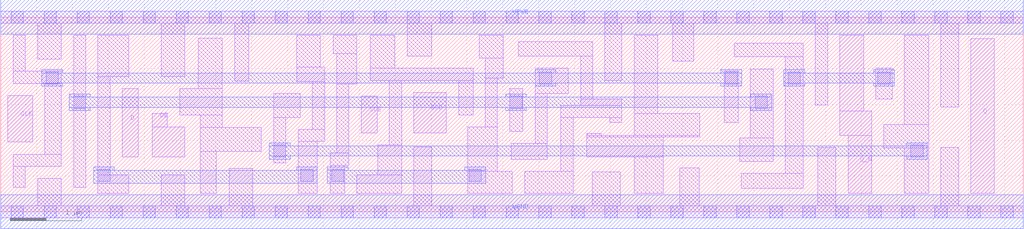
<source format=lef>
# Copyright 2020 The SkyWater PDK Authors
#
# Licensed under the Apache License, Version 2.0 (the "License");
# you may not use this file except in compliance with the License.
# You may obtain a copy of the License at
#
#     https://www.apache.org/licenses/LICENSE-2.0
#
# Unless required by applicable law or agreed to in writing, software
# distributed under the License is distributed on an "AS IS" BASIS,
# WITHOUT WARRANTIES OR CONDITIONS OF ANY KIND, either express or implied.
# See the License for the specific language governing permissions and
# limitations under the License.
#
# SPDX-License-Identifier: Apache-2.0

VERSION 5.7 ;
  NOWIREEXTENSIONATPIN ON ;
  DIVIDERCHAR "/" ;
  BUSBITCHARS "[]" ;
UNITS
  DATABASE MICRONS 200 ;
END UNITS
MACRO sky130_fd_sc_hd__sedfxbp_1
  CLASS CORE ;
  FOREIGN sky130_fd_sc_hd__sedfxbp_1 ;
  ORIGIN  0.000000  0.000000 ;
  SIZE  14.26000 BY  2.720000 ;
  SYMMETRY X Y R90 ;
  SITE unithd ;
  PIN D
    ANTENNAGATEAREA  0.159000 ;
    DIRECTION INPUT ;
    USE SIGNAL ;
    PORT
      LAYER li1 ;
        RECT 1.695000 0.765000 1.915000 1.720000 ;
    END
  END D
  PIN DE
    ANTENNAGATEAREA  0.318000 ;
    DIRECTION INPUT ;
    USE SIGNAL ;
    PORT
      LAYER li1 ;
        RECT 2.110000 0.765000 2.565000 1.185000 ;
        RECT 2.110000 1.185000 2.325000 1.370000 ;
    END
  END DE
  PIN Q
    ANTENNADIFFAREA  0.462000 ;
    DIRECTION OUTPUT ;
    USE SIGNAL ;
    PORT
      LAYER li1 ;
        RECT 13.525000 0.255000 13.855000 2.420000 ;
    END
  END Q
  PIN Q_N
    ANTENNADIFFAREA  0.429000 ;
    DIRECTION OUTPUT ;
    USE SIGNAL ;
    PORT
      LAYER li1 ;
        RECT 11.700000 1.065000 12.145000 1.410000 ;
        RECT 11.700000 1.410000 12.030000 2.465000 ;
        RECT 11.815000 0.255000 12.145000 1.065000 ;
    END
  END Q_N
  PIN SCD
    ANTENNAGATEAREA  0.159000 ;
    DIRECTION INPUT ;
    USE SIGNAL ;
    PORT
      LAYER li1 ;
        RECT 5.760000 1.105000 6.215000 1.665000 ;
    END
  END SCD
  PIN SCE
    ANTENNAGATEAREA  0.318000 ;
    DIRECTION INPUT ;
    USE SIGNAL ;
    PORT
      LAYER li1 ;
        RECT 5.025000 1.105000 5.250000 1.615000 ;
    END
  END SCE
  PIN CLK
    ANTENNAGATEAREA  0.159000 ;
    DIRECTION INPUT ;
    USE CLOCK ;
    PORT
      LAYER li1 ;
        RECT 0.095000 0.975000 0.445000 1.625000 ;
    END
  END CLK
  PIN VGND
    DIRECTION INOUT ;
    SHAPE ABUTMENT ;
    USE GROUND ;
    PORT
      LAYER met1 ;
        RECT 0.000000 -0.240000 14.260000 0.240000 ;
    END
  END VGND
  PIN VPWR
    DIRECTION INOUT ;
    SHAPE ABUTMENT ;
    USE POWER ;
    PORT
      LAYER met1 ;
        RECT 0.000000 2.480000 14.260000 2.960000 ;
    END
  END VPWR
  OBS
    LAYER li1 ;
      RECT  0.000000 -0.085000 14.260000 0.085000 ;
      RECT  0.000000  2.635000 14.260000 2.805000 ;
      RECT  0.175000  0.345000  0.345000 0.635000 ;
      RECT  0.175000  0.635000  0.845000 0.805000 ;
      RECT  0.175000  1.795000  0.845000 1.965000 ;
      RECT  0.175000  1.965000  0.345000 2.465000 ;
      RECT  0.515000  0.085000  0.845000 0.465000 ;
      RECT  0.515000  2.135000  0.845000 2.635000 ;
      RECT  0.615000  0.805000  0.845000 1.795000 ;
      RECT  1.015000  0.345000  1.185000 2.465000 ;
      RECT  1.355000  0.255000  1.785000 0.515000 ;
      RECT  1.355000  0.515000  1.525000 1.890000 ;
      RECT  1.355000  1.890000  1.785000 2.465000 ;
      RECT  2.235000  0.085000  2.565000 0.515000 ;
      RECT  2.235000  1.890000  2.565000 2.635000 ;
      RECT  2.495000  1.355000  3.085000 1.720000 ;
      RECT  2.755000  1.720000  3.085000 2.425000 ;
      RECT  2.780000  0.255000  3.005000 0.845000 ;
      RECT  2.780000  0.845000  3.635000 1.175000 ;
      RECT  2.780000  1.175000  3.085000 1.355000 ;
      RECT  3.185000  0.085000  3.515000 0.610000 ;
      RECT  3.265000  1.825000  3.460000 2.635000 ;
      RECT  3.805000  0.685000  3.975000 1.320000 ;
      RECT  3.805000  1.320000  4.175000 1.650000 ;
      RECT  4.125000  1.820000  4.515000 2.020000 ;
      RECT  4.125000  2.020000  4.455000 2.465000 ;
      RECT  4.145000  0.255000  4.415000 0.980000 ;
      RECT  4.145000  0.980000  4.515000 1.150000 ;
      RECT  4.345000  1.150000  4.515000 1.820000 ;
      RECT  4.595000  0.255000  4.795000 0.645000 ;
      RECT  4.595000  0.645000  4.855000 0.825000 ;
      RECT  4.635000  2.210000  4.965000 2.465000 ;
      RECT  4.685000  0.825000  4.855000 1.785000 ;
      RECT  4.685000  1.785000  4.965000 2.210000 ;
      RECT  4.965000  0.255000  5.590000 0.515000 ;
      RECT  5.155000  1.835000  6.585000 2.005000 ;
      RECT  5.155000  2.005000  5.495000 2.465000 ;
      RECT  5.260000  0.515000  5.590000 0.935000 ;
      RECT  5.420000  0.935000  5.590000 1.835000 ;
      RECT  5.665000  2.175000  6.010000 2.635000 ;
      RECT  5.760000  0.085000  6.010000 0.905000 ;
      RECT  6.385000  1.355000  6.585000 1.835000 ;
      RECT  6.515000  0.255000  7.135000 0.565000 ;
      RECT  6.515000  0.565000  6.925000 1.185000 ;
      RECT  6.675000  2.150000  7.005000 2.465000 ;
      RECT  6.755000  1.185000  6.925000 1.865000 ;
      RECT  6.755000  1.865000  7.005000 2.150000 ;
      RECT  7.095000  1.125000  7.280000 1.720000 ;
      RECT  7.115000  0.735000  7.620000 0.955000 ;
      RECT  7.215000  2.175000  8.255000 2.375000 ;
      RECT  7.305000  0.255000  7.980000 0.565000 ;
      RECT  7.450000  0.955000  7.620000 1.655000 ;
      RECT  7.450000  1.655000  7.915000 2.005000 ;
      RECT  7.810000  0.565000  7.980000 1.315000 ;
      RECT  7.810000  1.315000  8.660000 1.485000 ;
      RECT  8.085000  1.485000  8.660000 1.575000 ;
      RECT  8.085000  1.575000  8.255000 2.175000 ;
      RECT  8.170000  0.765000  9.235000 1.045000 ;
      RECT  8.170000  1.045000  9.745000 1.065000 ;
      RECT  8.170000  1.065000  8.370000 1.095000 ;
      RECT  8.245000  0.085000  8.640000 0.560000 ;
      RECT  8.425000  1.835000  8.660000 2.635000 ;
      RECT  8.490000  1.245000  8.660000 1.315000 ;
      RECT  8.830000  0.255000  9.235000 0.765000 ;
      RECT  8.830000  1.065000  9.745000 1.375000 ;
      RECT  8.830000  1.375000  9.160000 2.465000 ;
      RECT  9.370000  2.105000  9.660000 2.635000 ;
      RECT  9.465000  0.085000  9.740000 0.615000 ;
      RECT 10.090000  1.245000 10.280000 1.965000 ;
      RECT 10.225000  2.165000 11.190000 2.355000 ;
      RECT 10.305000  0.705000 10.770000 1.035000 ;
      RECT 10.325000  0.330000 11.190000 0.535000 ;
      RECT 10.450000  1.035000 10.770000 1.995000 ;
      RECT 10.940000  0.535000 11.190000 2.165000 ;
      RECT 11.360000  1.495000 11.530000 2.635000 ;
      RECT 11.395000  0.085000 11.645000 0.900000 ;
      RECT 12.200000  1.575000 12.430000 2.010000 ;
      RECT 12.315000  0.890000 12.940000 1.220000 ;
      RECT 12.600000  0.255000 12.940000 0.890000 ;
      RECT 12.600000  1.220000 12.940000 2.465000 ;
      RECT 13.110000  0.085000 13.355000 0.900000 ;
      RECT 13.110000  1.465000 13.355000 2.635000 ;
    LAYER mcon ;
      RECT  0.145000 -0.085000  0.315000 0.085000 ;
      RECT  0.145000  2.635000  0.315000 2.805000 ;
      RECT  0.605000 -0.085000  0.775000 0.085000 ;
      RECT  0.605000  2.635000  0.775000 2.805000 ;
      RECT  0.635000  1.785000  0.805000 1.955000 ;
      RECT  1.015000  1.445000  1.185000 1.615000 ;
      RECT  1.065000 -0.085000  1.235000 0.085000 ;
      RECT  1.065000  2.635000  1.235000 2.805000 ;
      RECT  1.355000  0.425000  1.525000 0.595000 ;
      RECT  1.525000 -0.085000  1.695000 0.085000 ;
      RECT  1.525000  2.635000  1.695000 2.805000 ;
      RECT  1.985000 -0.085000  2.155000 0.085000 ;
      RECT  1.985000  2.635000  2.155000 2.805000 ;
      RECT  2.445000 -0.085000  2.615000 0.085000 ;
      RECT  2.445000  2.635000  2.615000 2.805000 ;
      RECT  2.905000 -0.085000  3.075000 0.085000 ;
      RECT  2.905000  2.635000  3.075000 2.805000 ;
      RECT  3.365000 -0.085000  3.535000 0.085000 ;
      RECT  3.365000  2.635000  3.535000 2.805000 ;
      RECT  3.805000  0.765000  3.975000 0.935000 ;
      RECT  3.825000 -0.085000  3.995000 0.085000 ;
      RECT  3.825000  2.635000  3.995000 2.805000 ;
      RECT  4.185000  0.425000  4.355000 0.595000 ;
      RECT  4.285000 -0.085000  4.455000 0.085000 ;
      RECT  4.285000  2.635000  4.455000 2.805000 ;
      RECT  4.615000  0.425000  4.785000 0.595000 ;
      RECT  4.745000 -0.085000  4.915000 0.085000 ;
      RECT  4.745000  2.635000  4.915000 2.805000 ;
      RECT  5.205000 -0.085000  5.375000 0.085000 ;
      RECT  5.205000  2.635000  5.375000 2.805000 ;
      RECT  5.665000 -0.085000  5.835000 0.085000 ;
      RECT  5.665000  2.635000  5.835000 2.805000 ;
      RECT  6.125000 -0.085000  6.295000 0.085000 ;
      RECT  6.125000  2.635000  6.295000 2.805000 ;
      RECT  6.530000  0.425000  6.700000 0.595000 ;
      RECT  6.585000 -0.085000  6.755000 0.085000 ;
      RECT  6.585000  2.635000  6.755000 2.805000 ;
      RECT  7.045000 -0.085000  7.215000 0.085000 ;
      RECT  7.045000  2.635000  7.215000 2.805000 ;
      RECT  7.100000  1.445000  7.270000 1.615000 ;
      RECT  7.505000 -0.085000  7.675000 0.085000 ;
      RECT  7.505000  2.635000  7.675000 2.805000 ;
      RECT  7.510000  1.785000  7.680000 1.955000 ;
      RECT  7.965000 -0.085000  8.135000 0.085000 ;
      RECT  7.965000  2.635000  8.135000 2.805000 ;
      RECT  8.425000 -0.085000  8.595000 0.085000 ;
      RECT  8.425000  2.635000  8.595000 2.805000 ;
      RECT  8.885000 -0.085000  9.055000 0.085000 ;
      RECT  8.885000  2.635000  9.055000 2.805000 ;
      RECT  9.345000 -0.085000  9.515000 0.085000 ;
      RECT  9.345000  2.635000  9.515000 2.805000 ;
      RECT  9.805000 -0.085000  9.975000 0.085000 ;
      RECT  9.805000  2.635000  9.975000 2.805000 ;
      RECT 10.100000  1.785000 10.270000 1.955000 ;
      RECT 10.265000 -0.085000 10.435000 0.085000 ;
      RECT 10.265000  2.635000 10.435000 2.805000 ;
      RECT 10.520000  1.445000 10.690000 1.615000 ;
      RECT 10.725000 -0.085000 10.895000 0.085000 ;
      RECT 10.725000  2.635000 10.895000 2.805000 ;
      RECT 10.980000  1.785000 11.150000 1.955000 ;
      RECT 11.185000 -0.085000 11.355000 0.085000 ;
      RECT 11.185000  2.635000 11.355000 2.805000 ;
      RECT 11.645000 -0.085000 11.815000 0.085000 ;
      RECT 11.645000  2.635000 11.815000 2.805000 ;
      RECT 12.105000 -0.085000 12.275000 0.085000 ;
      RECT 12.105000  2.635000 12.275000 2.805000 ;
      RECT 12.230000  1.785000 12.400000 1.955000 ;
      RECT 12.565000 -0.085000 12.735000 0.085000 ;
      RECT 12.565000  2.635000 12.735000 2.805000 ;
      RECT 12.690000  0.765000 12.860000 0.935000 ;
      RECT 13.025000 -0.085000 13.195000 0.085000 ;
      RECT 13.025000  2.635000 13.195000 2.805000 ;
      RECT 13.485000 -0.085000 13.655000 0.085000 ;
      RECT 13.485000  2.635000 13.655000 2.805000 ;
      RECT 13.945000 -0.085000 14.115000 0.085000 ;
      RECT 13.945000  2.635000 14.115000 2.805000 ;
    LAYER met1 ;
      RECT  0.575000 1.755000  0.865000 1.800000 ;
      RECT  0.575000 1.800000 10.330000 1.940000 ;
      RECT  0.575000 1.940000  0.865000 1.985000 ;
      RECT  0.955000 1.415000  1.245000 1.460000 ;
      RECT  0.955000 1.460000 10.750000 1.600000 ;
      RECT  0.955000 1.600000  1.245000 1.645000 ;
      RECT  1.295000 0.395000  4.415000 0.580000 ;
      RECT  1.295000 0.580000  1.585000 0.625000 ;
      RECT  3.745000 0.735000  4.035000 0.780000 ;
      RECT  3.745000 0.780000 12.920000 0.920000 ;
      RECT  3.745000 0.920000  4.035000 0.965000 ;
      RECT  4.125000 0.580000  4.415000 0.625000 ;
      RECT  4.555000 0.395000  6.760000 0.580000 ;
      RECT  4.555000 0.580000  4.845000 0.625000 ;
      RECT  6.470000 0.580000  6.760000 0.625000 ;
      RECT  7.040000 1.415000  7.330000 1.460000 ;
      RECT  7.040000 1.600000  7.330000 1.645000 ;
      RECT  7.450000 1.755000  7.740000 1.800000 ;
      RECT  7.450000 1.940000  7.740000 1.985000 ;
      RECT 10.040000 1.755000 10.330000 1.800000 ;
      RECT 10.040000 1.940000 10.330000 1.985000 ;
      RECT 10.460000 1.415000 10.750000 1.460000 ;
      RECT 10.460000 1.600000 10.750000 1.645000 ;
      RECT 10.920000 1.755000 11.210000 1.800000 ;
      RECT 10.920000 1.800000 12.460000 1.940000 ;
      RECT 10.920000 1.940000 11.210000 1.985000 ;
      RECT 12.170000 1.755000 12.460000 1.800000 ;
      RECT 12.170000 1.940000 12.460000 1.985000 ;
      RECT 12.630000 0.735000 12.920000 0.780000 ;
      RECT 12.630000 0.920000 12.920000 0.965000 ;
  END
END sky130_fd_sc_hd__sedfxbp_1
END LIBRARY

</source>
